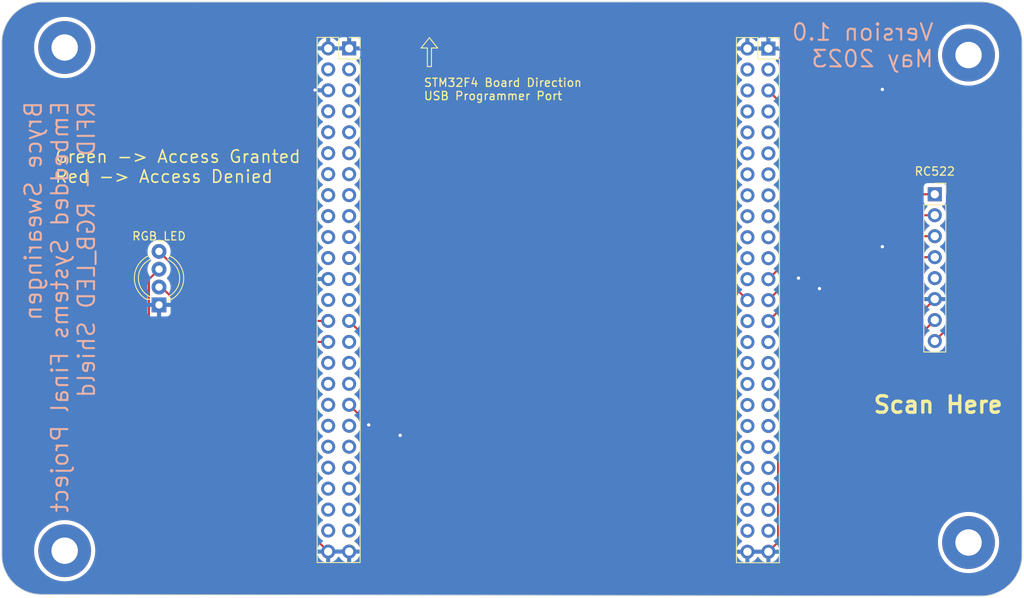
<source format=kicad_pcb>
(kicad_pcb (version 20221018) (generator pcbnew)
  (layers (0 "F.Cu" signal) (31 "B.Cu" signal) (34 "B.Paste" user) (35 "F.Paste" user) (36 "B.SilkS" user "B.Silkscreen") (37 "F.SilkS" user "F.Silkscreen") (38 "B.Mask" user) (39 "F.Mask" user) (44 "Edge.Cuts" user))
  (net 0 "")
  (net 1 "GND")
  (net 20 "+5V")
  (net 21 "+3V0")
  (net 30 "SDA")
  (net 52 "Blue")
  (net 53 "Green")
  (net 54 "Red")
  (net 55 "SCK")
  (net 56 "MOSI")
  (net 57 "MISO")
  (net 59 "RST")
  (net 61 "unconnected-(J1-Pin_14-Pad14)")
  (footprint "Connector_PinSocket_2.54mm:PinSocket_2x25_P2.54mm_Vertical" (layer "F.Cu") (at 161.4524 42.0362)
    (fp_text reference "J2")
    (fp_text value "Discovery Board Conn 2")
    (fp_line (start -3.87 -1.33) (end -3.87 62.29) (stroke (width 0.12)) (layer "F.SilkS"))
    (fp_line (start -3.87 -1.33) (end -1.27 -1.33) (stroke (width 0.12)) (layer "F.SilkS"))
    (fp_line (start -3.87 62.29) (end 1.33 62.29) (stroke (width 0.12)) (layer "F.SilkS"))
    (fp_line (start -1.27 -1.33) (end -1.27 1.27) (stroke (width 0.12)) (layer "F.SilkS"))
    (fp_line (start -1.27 1.27) (end 1.33 1.27) (stroke (width 0.12)) (layer "F.SilkS"))
    (fp_line (start 0 -1.33) (end 1.33 -1.33) (stroke (width 0.12)) (layer "F.SilkS"))
    (fp_line (start 1.33 -1.33) (end 1.33 0) (stroke (width 0.12)) (layer "F.SilkS"))
    (fp_line (start 1.33 1.27) (end 1.33 62.29) (stroke (width 0.12)) (layer "F.SilkS"))
    (pad "1" thru_hole rect (at 0 0) (size 1.7 1.7) (drill 1) (layers "*.Cu" "*.Mask") (net 1 "GND"))
    (pad "2" thru_hole oval (at -2.54 0) (size 1.7 1.7) (drill 1) (layers "*.Cu" "*.Mask") (net 1 "GND"))
    (pad "3" thru_hole oval (at 0 2.54) (size 1.7 1.7) (drill 1) (layers "*.Cu" "*.Mask") (net 20 "+5V"))
    (pad "4" thru_hole oval (at -2.54 2.54) (size 1.7 1.7) (drill 1) (layers "*.Cu" "*.Mask") (net 20 "+5V"))
    (pad "5" thru_hole oval (at 0 5.08) (size 1.7 1.7) (drill 1) (layers "*.Cu" "*.Mask") (net 21 "+3V0"))
    (pad "6" thru_hole oval (at -2.54 5.08) (size 1.7 1.7) (drill 1) (layers "*.Cu" "*.Mask") (net 21 "+3V0"))
    (pad "7" thru_hole oval (at 0 7.62) (size 1.7 1.7) (drill 1) (layers "*.Cu" "*.Mask"))
    (pad "8" thru_hole oval (at -2.54 7.62) (size 1.7 1.7) (drill 1) (layers "*.Cu" "*.Mask"))
    (pad "9" thru_hole oval (at 0 10.16) (size 1.7 1.7) (drill 1) (layers "*.Cu" "*.Mask"))
    (pad "10" thru_hole oval (at -2.54 10.16) (size 1.7 1.7) (drill 1) (layers "*.Cu" "*.Mask"))
    (pad "11" thru_hole oval (at 0 12.7) (size 1.7 1.7) (drill 1) (layers "*.Cu" "*.Mask"))
    (pad "12" thru_hole oval (at -2.54 12.7) (size 1.7 1.7) (drill 1) (layers "*.Cu" "*.Mask"))
    (pad "13" thru_hole oval (at 0 15.24) (size 1.7 1.7) (drill 1) (layers "*.Cu" "*.Mask"))
    (pad "14" thru_hole oval (at -2.54 15.24) (size 1.7 1.7) (drill 1) (layers "*.Cu" "*.Mask"))
    (pad "15" thru_hole oval (at 0 17.78) (size 1.7 1.7) (drill 1) (layers "*.Cu" "*.Mask"))
    (pad "16" thru_hole oval (at -2.54 17.78) (size 1.7 1.7) (drill 1) (layers "*.Cu" "*.Mask"))
    (pad "17" thru_hole oval (at 0 20.32) (size 1.7 1.7) (drill 1) (layers "*.Cu" "*.Mask"))
    (pad "18" thru_hole oval (at -2.54 20.32) (size 1.7 1.7) (drill 1) (layers "*.Cu" "*.Mask"))
    (pad "19" thru_hole oval (at 0 22.86) (size 1.7 1.7) (drill 1) (layers "*.Cu" "*.Mask"))
    (pad "20" thru_hole oval (at -2.54 22.86) (size 1.7 1.7) (drill 1) (layers "*.Cu" "*.Mask"))
    (pad "21" thru_hole oval (at 0 25.4) (size 1.7 1.7) (drill 1) (layers "*.Cu" "*.Mask"))
    (pad "22" thru_hole oval (at -2.54 25.4) (size 1.7 1.7) (drill 1) (layers "*.Cu" "*.Mask"))
    (pad "23" thru_hole oval (at 0 27.94) (size 1.7 1.7) (drill 1) (layers "*.Cu" "*.Mask") (net 30 "SDA"))
    (pad "24" thru_hole oval (at -2.54 27.94) (size 1.7 1.7) (drill 1) (layers "*.Cu" "*.Mask"))
    (pad "25" thru_hole oval (at 0 30.48) (size 1.7 1.7) (drill 1) (layers "*.Cu" "*.Mask") (net 56 "MOSI"))
    (pad "26" thru_hole oval (at -2.54 30.48) (size 1.7 1.7) (drill 1) (layers "*.Cu" "*.Mask") (net 57 "MISO"))
    (pad "27" thru_hole oval (at 0 33.02) (size 1.7 1.7) (drill 1) (layers "*.Cu" "*.Mask") (net 55 "SCK"))
    (pad "28" thru_hole oval (at -2.54 33.02) (size 1.7 1.7) (drill 1) (layers "*.Cu" "*.Mask"))
    (pad "29" thru_hole oval (at 0 35.56) (size 1.7 1.7) (drill 1) (layers "*.Cu" "*.Mask"))
    (pad "30" thru_hole oval (at -2.54 35.56) (size 1.7 1.7) (drill 1) (layers "*.Cu" "*.Mask"))
    (pad "31" thru_hole oval (at 0 38.1) (size 1.7 1.7) (drill 1) (layers "*.Cu" "*.Mask"))
    (pad "32" thru_hole oval (at -2.54 38.1) (size 1.7 1.7) (drill 1) (layers "*.Cu" "*.Mask"))
    (pad "33" thru_hole oval (at 0 40.64) (size 1.7 1.7) (drill 1) (layers "*.Cu" "*.Mask"))
    (pad "34" thru_hole oval (at -2.54 40.64) (size 1.7 1.7) (drill 1) (layers "*.Cu" "*.Mask"))
    (pad "35" thru_hole oval (at 0 43.18) (size 1.7 1.7) (drill 1) (layers "*.Cu" "*.Mask"))
    (pad "36" thru_hole oval (at -2.54 43.18) (size 1.7 1.7) (drill 1) (layers "*.Cu" "*.Mask"))
    (pad "37" thru_hole oval (at 0 45.72) (size 1.7 1.7) (drill 1) (layers "*.Cu" "*.Mask"))
    (pad "38" thru_hole oval (at -2.54 45.72) (size 1.7 1.7) (drill 1) (layers "*.Cu" "*.Mask"))
    (pad "39" thru_hole oval (at 0 48.26) (size 1.7 1.7) (drill 1) (layers "*.Cu" "*.Mask"))
    (pad "40" thru_hole oval (at -2.54 48.26) (size 1.7 1.7) (drill 1) (layers "*.Cu" "*.Mask"))
    (pad "41" thru_hole oval (at 0 50.8) (size 1.7 1.7) (drill 1) (layers "*.Cu" "*.Mask"))
    (pad "42" thru_hole oval (at -2.54 50.8) (size 1.7 1.7) (drill 1) (layers "*.Cu" "*.Mask"))
    (pad "43" thru_hole oval (at 0 53.34) (size 1.7 1.7) (drill 1) (layers "*.Cu" "*.Mask"))
    (pad "44" thru_hole oval (at -2.54 53.34) (size 1.7 1.7) (drill 1) (layers "*.Cu" "*.Mask"))
    (pad "45" thru_hole oval (at 0 55.88) (size 1.7 1.7) (drill 1) (layers "*.Cu" "*.Mask"))
    (pad "46" thru_hole oval (at -2.54 55.88) (size 1.7 1.7) (drill 1) (layers "*.Cu" "*.Mask"))
    (pad "47" thru_hole oval (at 0 58.42) (size 1.7 1.7) (drill 1) (layers "*.Cu" "*.Mask"))
    (pad "48" thru_hole oval (at -2.54 58.42) (size 1.7 1.7) (drill 1) (layers "*.Cu" "*.Mask"))
    (pad "49" thru_hole oval (at 0 60.96) (size 1.7 1.7) (drill 1) (layers "*.Cu" "*.Mask") (net 1 "GND"))
    (pad "50" thru_hole oval (at -2.54 60.96) (size 1.7 1.7) (drill 1) (layers "*.Cu" "*.Mask") (net 1 "GND"))
  )
  (footprint "MountingHole:MountingHole_3.2mm_M3_Pad" (layer "F.Cu") (at 185.6994 101.8794)
    (fp_text reference "H3" hide)
    (fp_text value "MountingHole")
    (pad "1" thru_hole circle (at 0 0) (size 6.4 6.4) (drill 3.2) (layers "*.Cu" "*.Mask"))
  )
  (footprint "LED_THT:LED_D5.0mm-4_RGB_Wide_Pins" (layer "F.Cu") (at 87.63 73.09 90)
    (fp_text reference "RGB_LED" (at 8.32 0 180) (layer "F.SilkS"))
    (fp_text value "LED_ABGR")
    (fp_line (start 0.6785 -1.545) (end 0.6785 -1.08) (stroke (width 0.12)) (layer "F.SilkS"))
    (fp_line (start 0.6785 1.08) (end 0.6785 1.545) (stroke (width 0.12)) (layer "F.SilkS"))
    (fp_arc (start 0.6785 -1.54483) (mid 3.496956 -2.978809) (end 6.026315 -1.080827) (stroke (width 0.12)) (layer "F.SilkS"))
    (fp_arc (start 0.983816 -1.08) (mid 3.238262 -2.5) (end 5.492979 -1.080429) (stroke (width 0.12)) (layer "F.SilkS"))
    (fp_arc (start 5.492979 1.080429) (mid 3.238262 2.5) (end 0.983816 1.08) (stroke (width 0.12)) (layer "F.SilkS"))
    (fp_arc (start 6.026315 1.080827) (mid 3.496956 2.978808) (end 0.6785 1.54483) (stroke (width 0.12)) (layer "F.SilkS"))
    (pad "1" thru_hole rect (at 0 0 90) (size 1.8 1.8) (drill 0.9) (layers "*.Cu" "*.Mask") (net 1 "GND"))
    (pad "2" thru_hole circle (at 2.159 0 90) (size 1.8 1.8) (drill 0.9) (layers "*.Cu" "*.Mask") (net 52 "Blue"))
    (pad "3" thru_hole circle (at 4.318 0 90) (size 1.8 1.8) (drill 0.9) (layers "*.Cu" "*.Mask") (net 53 "Green"))
    (pad "4" thru_hole circle (at 6.477 0 90) (size 1.8 1.8) (drill 0.9) (layers "*.Cu" "*.Mask") (net 54 "Red"))
  )
  (footprint "Connector_PinSocket_2.54mm:PinSocket_2x25_P2.54mm_Vertical" (layer "F.Cu") (at 110.6624 42.0162)
    (fp_text reference "J1")
    (fp_text value "Discovery Board Conn 1")
    (fp_line (start -3.87 -1.33) (end -3.87 62.29) (stroke (width 0.12)) (layer "F.SilkS"))
    (fp_line (start -3.87 -1.33) (end -1.27 -1.33) (stroke (width 0.12)) (layer "F.SilkS"))
    (fp_line (start -3.87 62.29) (end 1.33 62.29) (stroke (width 0.12)) (layer "F.SilkS"))
    (fp_line (start -1.27 -1.33) (end -1.27 1.27) (stroke (width 0.12)) (layer "F.SilkS"))
    (fp_line (start -1.27 1.27) (end 1.33 1.27) (stroke (width 0.12)) (layer "F.SilkS"))
    (fp_line (start 0 -1.33) (end 1.33 -1.33) (stroke (width 0.12)) (layer "F.SilkS"))
    (fp_line (start 1.33 -1.33) (end 1.33 0) (stroke (width 0.12)) (layer "F.SilkS"))
    (fp_line (start 1.33 1.27) (end 1.33 62.29) (stroke (width 0.12)) (layer "F.SilkS"))
    (pad "1" thru_hole rect (at 0 0) (size 1.7 1.7) (drill 1) (layers "*.Cu" "*.Mask") (net 1 "GND"))
    (pad "2" thru_hole oval (at -2.54 0) (size 1.7 1.7) (drill 1) (layers "*.Cu" "*.Mask") (net 1 "GND"))
    (pad "3" thru_hole oval (at 0 2.54) (size 1.7 1.7) (drill 1) (layers "*.Cu" "*.Mask"))
    (pad "4" thru_hole oval (at -2.54 2.54) (size 1.7 1.7) (drill 1) (layers "*.Cu" "*.Mask"))
    (pad "5" thru_hole oval (at 0 5.08) (size 1.7 1.7) (drill 1) (layers "*.Cu" "*.Mask"))
    (pad "6" thru_hole oval (at -2.54 5.08) (size 1.7 1.7) (drill 1) (layers "*.Cu" "*.Mask") (net 1 "GND"))
    (pad "7" thru_hole oval (at 0 7.62) (size 1.7 1.7) (drill 1) (layers "*.Cu" "*.Mask"))
    (pad "8" thru_hole oval (at -2.54 7.62) (size 1.7 1.7) (drill 1) (layers "*.Cu" "*.Mask"))
    (pad "9" thru_hole oval (at 0 10.16) (size 1.7 1.7) (drill 1) (layers "*.Cu" "*.Mask"))
    (pad "10" thru_hole oval (at -2.54 10.16) (size 1.7 1.7) (drill 1) (layers "*.Cu" "*.Mask"))
    (pad "11" thru_hole oval (at 0 12.7) (size 1.7 1.7) (drill 1) (layers "*.Cu" "*.Mask"))
    (pad "12" thru_hole oval (at -2.54 12.7) (size 1.7 1.7) (drill 1) (layers "*.Cu" "*.Mask"))
    (pad "13" thru_hole oval (at 0 15.24) (size 1.7 1.7) (drill 1) (layers "*.Cu" "*.Mask"))
    (pad "14" thru_hole oval (at -2.54 15.24) (size 1.7 1.7) (drill 1) (layers "*.Cu" "*.Mask") (net 61 "unconnected-(J1-Pin_14-Pad14)"))
    (pad "15" thru_hole oval (at 0 17.78) (size 1.7 1.7) (drill 1) (layers "*.Cu" "*.Mask"))
    (pad "16" thru_hole oval (at -2.54 17.78) (size 1.7 1.7) (drill 1) (layers "*.Cu" "*.Mask"))
    (pad "17" thru_hole oval (at 0 20.32) (size 1.7 1.7) (drill 1) (layers "*.Cu" "*.Mask"))
    (pad "18" thru_hole oval (at -2.54 20.32) (size 1.7 1.7) (drill 1) (layers "*.Cu" "*.Mask"))
    (pad "19" thru_hole oval (at 0 22.86) (size 1.7 1.7) (drill 1) (layers "*.Cu" "*.Mask"))
    (pad "20" thru_hole oval (at -2.54 22.86) (size 1.7 1.7) (drill 1) (layers "*.Cu" "*.Mask"))
    (pad "21" thru_hole oval (at 0 25.4) (size 1.7 1.7) (drill 1) (layers "*.Cu" "*.Mask"))
    (pad "22" thru_hole oval (at -2.54 25.4) (size 1.7 1.7) (drill 1) (layers "*.Cu" "*.Mask"))
    (pad "23" thru_hole oval (at 0 27.94) (size 1.7 1.7) (drill 1) (layers "*.Cu" "*.Mask"))
    (pad "24" thru_hole oval (at -2.54 27.94) (size 1.7 1.7) (drill 1) (layers "*.Cu" "*.Mask") (net 1 "GND"))
    (pad "25" thru_hole oval (at 0 30.48) (size 1.7 1.7) (drill 1) (layers "*.Cu" "*.Mask"))
    (pad "26" thru_hole oval (at -2.54 30.48) (size 1.7 1.7) (drill 1) (layers "*.Cu" "*.Mask"))
    (pad "27" thru_hole oval (at 0 33.02) (size 1.7 1.7) (drill 1) (layers "*.Cu" "*.Mask") (net 53 "Green"))
    (pad "28" thru_hole oval (at -2.54 33.02) (size 1.7 1.7) (drill 1) (layers "*.Cu" "*.Mask") (net 54 "Red"))
    (pad "29" thru_hole oval (at 0 35.56) (size 1.7 1.7) (drill 1) (layers "*.Cu" "*.Mask"))
    (pad "30" thru_hole oval (at -2.54 35.56) (size 1.7 1.7) (drill 1) (layers "*.Cu" "*.Mask") (net 52 "Blue"))
    (pad "31" thru_hole oval (at 0 38.1) (size 1.7 1.7) (drill 1) (layers "*.Cu" "*.Mask"))
    (pad "32" thru_hole oval (at -2.54 38.1) (size 1.7 1.7) (drill 1) (layers "*.Cu" "*.Mask"))
    (pad "33" thru_hole oval (at 0 40.64) (size 1.7 1.7) (drill 1) (layers "*.Cu" "*.Mask"))
    (pad "34" thru_hole oval (at -2.54 40.64) (size 1.7 1.7) (drill 1) (layers "*.Cu" "*.Mask"))
    (pad "35" thru_hole oval (at 0 43.18) (size 1.7 1.7) (drill 1) (layers "*.Cu" "*.Mask") (net 59 "RST"))
    (pad "36" thru_hole oval (at -2.54 43.18) (size 1.7 1.7) (drill 1) (layers "*.Cu" "*.Mask"))
    (pad "37" thru_hole oval (at 0 45.72) (size 1.7 1.7) (drill 1) (layers "*.Cu" "*.Mask"))
    (pad "38" thru_hole oval (at -2.54 45.72) (size 1.7 1.7) (drill 1) (layers "*.Cu" "*.Mask"))
    (pad "39" thru_hole oval (at 0 48.26) (size 1.7 1.7) (drill 1) (layers "*.Cu" "*.Mask"))
    (pad "40" thru_hole oval (at -2.54 48.26) (size 1.7 1.7) (drill 1) (layers "*.Cu" "*.Mask"))
    (pad "41" thru_hole oval (at 0 50.8) (size 1.7 1.7) (drill 1) (layers "*.Cu" "*.Mask"))
    (pad "42" thru_hole oval (at -2.54 50.8) (size 1.7 1.7) (drill 1) (layers "*.Cu" "*.Mask"))
    (pad "43" thru_hole oval (at 0 53.34) (size 1.7 1.7) (drill 1) (layers "*.Cu" "*.Mask"))
    (pad "44" thru_hole oval (at -2.54 53.34) (size 1.7 1.7) (drill 1) (layers "*.Cu" "*.Mask"))
    (pad "45" thru_hole oval (at 0 55.88) (size 1.7 1.7) (drill 1) (layers "*.Cu" "*.Mask"))
    (pad "46" thru_hole oval (at -2.54 55.88) (size 1.7 1.7) (drill 1) (layers "*.Cu" "*.Mask"))
    (pad "47" thru_hole oval (at 0 58.42) (size 1.7 1.7) (drill 1) (layers "*.Cu" "*.Mask"))
    (pad "48" thru_hole oval (at -2.54 58.42) (size 1.7 1.7) (drill 1) (layers "*.Cu" "*.Mask"))
    (pad "49" thru_hole oval (at 0 60.96) (size 1.7 1.7) (drill 1) (layers "*.Cu" "*.Mask") (net 1 "GND"))
    (pad "50" thru_hole oval (at -2.54 60.96) (size 1.7 1.7) (drill 1) (layers "*.Cu" "*.Mask") (net 1 "GND"))
  )
  (footprint "Connector_PinSocket_2.54mm:PinSocket_1x08_P2.54mm_Vertical" (layer "F.Cu") (at 181.61 59.69)
    (fp_text reference "RC522" (at 0 -2.77) (layer "F.SilkS"))
    (fp_text value "RFID-RC522-MODULE")
    (fp_line (start -1.33 1.27) (end -1.33 19.11) (stroke (width 0.12)) (layer "F.SilkS"))
    (fp_line (start -1.33 1.27) (end 1.33 1.27) (stroke (width 0.12)) (layer "F.SilkS"))
    (fp_line (start -1.33 19.11) (end 1.33 19.11) (stroke (width 0.12)) (layer "F.SilkS"))
    (fp_line (start 0 -1.33) (end 1.33 -1.33) (stroke (width 0.12)) (layer "F.SilkS"))
    (fp_line (start 1.33 -1.33) (end 1.33 0) (stroke (width 0.12)) (layer "F.SilkS"))
    (fp_line (start 1.33 1.27) (end 1.33 19.11) (stroke (width 0.12)) (layer "F.SilkS"))
    (pad "1" thru_hole rect (at 0 0) (size 1.7 1.7) (drill 1) (layers "*.Cu" "*.Mask") (net 30 "SDA"))
    (pad "2" thru_hole oval (at 0 2.54) (size 1.7 1.7) (drill 1) (layers "*.Cu" "*.Mask") (net 55 "SCK"))
    (pad "3" thru_hole oval (at 0 5.08) (size 1.7 1.7) (drill 1) (layers "*.Cu" "*.Mask") (net 56 "MOSI"))
    (pad "4" thru_hole oval (at 0 7.62) (size 1.7 1.7) (drill 1) (layers "*.Cu" "*.Mask") (net 57 "MISO"))
    (pad "5" thru_hole oval (at 0 10.16) (size 1.7 1.7) (drill 1) (layers "*.Cu" "*.Mask"))
    (pad "6" thru_hole oval (at 0 12.7) (size 1.7 1.7) (drill 1) (layers "*.Cu" "*.Mask") (net 1 "GND"))
    (pad "7" thru_hole oval (at 0 15.24) (size 1.7 1.7) (drill 1) (layers "*.Cu" "*.Mask") (net 59 "RST"))
    (pad "8" thru_hole oval (at 0 17.78) (size 1.7 1.7) (drill 1) (layers "*.Cu" "*.Mask") (net 21 "+3V0"))
  )
  (footprint "MountingHole:MountingHole_3.2mm_M3_Pad" (layer "F.Cu") (at 76.2 102.87)
    (fp_text reference "H4" hide)
    (fp_text value "MountingHole")
    (pad "1" thru_hole circle (at 0 0) (size 6.4 6.4) (drill 3.2) (layers "*.Cu" "*.Mask"))
  )
  (footprint "MountingHole:MountingHole_3.2mm_M3_Pad" (layer "F.Cu") (at 76.2 41.91)
    (fp_text reference "H1" hide)
    (fp_text value "MountingHole")
    (pad "1" thru_hole circle (at 0 0) (size 6.4 6.4) (drill 3.2) (layers "*.Cu" "*.Mask"))
  )
  (footprint "MountingHole:MountingHole_3.2mm_M3_Pad" (layer "F.Cu") (at 185.6994 42.8244)
    (fp_text reference "H2" hide)
    (fp_text value "MountingHole")
    (pad "1" thru_hole circle (at 0 0) (size 6.4 6.4) (drill 3.2) (layers "*.Cu" "*.Mask"))
  )
  (gr_line (start 120.1346 41.9706) (end 119.3846 41.9706) (stroke (width 0.12)) (layer "F.SilkS"))
  (gr_line (start 121.3846 41.9706) (end 120.3846 40.7206) (stroke (width 0.12)) (layer "F.SilkS"))
  (gr_line (start 121.3846 41.9706) (end 120.6346 41.9706) (stroke (width 0.12)) (layer "F.SilkS"))
  (gr_line (start 120.1346 44.2206) (end 120.6346 44.2206) (stroke (width 0.12)) (layer "F.SilkS"))
  (gr_line (start 120.6346 44.2206) (end 120.6346 41.9706) (stroke (width 0.12)) (layer "F.SilkS"))
  (gr_line (start 120.1346 41.9706) (end 120.1346 44.2206) (stroke (width 0.12)) (layer "F.SilkS"))
  (gr_line (start 120.3846 40.7206) (end 119.3846 41.9706) (stroke (width 0.12)) (layer "F.SilkS"))
  (gr_arc (start 73.388221 108.177251) (mid 69.994361 106.775023) (end 68.580001 103.3862) (stroke (width 0.1)) (layer "Edge.Cuts"))
  (gr_line (start 68.58 41.3938) (end 68.58 103.3862) (stroke (width 0.1)) (layer "Edge.Cuts"))
  (gr_line (start 73.388221 108.177251) (end 187.1726 108.3691) (stroke (width 0.1)) (layer "Edge.Cuts"))
  (gr_arc (start 192.1764 103.3653) (mid 190.710821 106.903521) (end 187.1726 108.3691) (stroke (width 0.1)) (layer "Edge.Cuts"))
  (gr_arc (start 187.1856 36.3728) (mid 190.723821 37.838379) (end 192.1894 41.3766) (stroke (width 0.1)) (layer "Edge.Cuts"))
  (gr_arc (start 68.580001 41.3938) (mid 70.069186 37.820861) (end 73.665067 36.38796) (stroke (width 0.1)) (layer "Edge.Cuts"))
  (gr_line (start 187.1856 36.3728) (end 73.665067 36.38796) (stroke (width 0.1)) (layer "Edge.Cuts"))
  (gr_line (start 192.1764 103.3653) (end 192.1894 41.3766) (stroke (width 0.1)) (layer "Edge.Cuts"))
  (gr_text "Bryce Swearingen\nEmbedded Systems Final Project\nRFID - RGB_LED Shield" (at 80.01 48.26 90) (layer "B.SilkS") (effects (font (size 2 2) (thickness 0.25)) (justify left bottom mirror)))
  (gr_text "Version 1.0\nMay 2023" (at 181.61 44.45) (layer "B.SilkS") (effects (font (size 2 2) (thickness 0.25)) (justify left bottom mirror)))
  (gr_text "STM32F4 Board Direction\nUSB Programmer Port" (at 119.6346 46.9706) (layer "F.SilkS") (effects (font (size 1 1)) (justify left)))
  (gr_text "Scan Here" (at 173.99 86.36) (layer "F.SilkS") (effects (font (size 2 2) (thickness 0.4) bold) (justify left bottom)))
  (gr_text "Green -> Access Granted\nRed -> Access Denied" (at 74.93 58.42) (layer "F.SilkS") (effects (font (size 1.5 1.5) (thickness 0.1875)) (justify left bottom)))
  (segment (start 162.6274 101.8212) (end 161.4524 102.9962) (width 0.25) (layer "F.Cu") (net 1))
  (segment (start 108.1224 47.0962) (end 106.5576 47.0962) (width 0.2032) (layer "F.Cu") (net 1))
  (segment (start 87.63 73.09) (end 87.63 82.4838) (width 0.25) (layer "F.Cu") (net 1))
  (segment (start 106.5576 47.0962) (end 106.5276 47.0662) (width 0.2032) (layer "F.Cu") (net 1))
  (segment (start 181.61 72.39) (end 162.6274 91.3726) (width 0.25) (layer "F.Cu") (net 1))
  (segment (start 87.63 82.4838) (end 108.1224 102.9762) (width 0.25) (layer "F.Cu") (net 1))
  (segment (start 162.6274 91.3726) (end 162.6274 101.8212) (width 0.25) (layer "F.Cu") (net 1))
  (via (at 106.5276 47.0662) (size 0.8) (drill 0.4) (layers "F.Cu" "B.Cu") (net 1))
  (segment (start 177.8 48.26) (end 162.5962 48.26) (width 0.25) (layer "F.Cu") (net 21))
  (segment (start 186.595 76.295) (end 186.69 76.2) (width 0.25) (layer "F.Cu") (net 21))
  (segment (start 180.34 50.8) (end 177.8 48.26) (width 0.25) (layer "F.Cu") (net 21))
  (segment (start 186.69 76.2) (end 186.69 52.07) (width 0.25) (layer "F.Cu") (net 21))
  (segment (start 182.785 76.295) (end 186.595 76.295) (width 0.25) (layer "F.Cu") (net 21))
  (segment (start 181.61 77.47) (end 182.785 76.295) (width 0.25) (layer "F.Cu") (net 21))
  (segment (start 185.42 50.8) (end 180.34 50.8) (width 0.25) (layer "F.Cu") (net 21))
  (segment (start 186.69 52.07) (end 185.42 50.8) (width 0.25) (layer "F.Cu") (net 21))
  (segment (start 162.5962 48.26) (end 161.4524 47.1162) (width 0.25) (layer "F.Cu") (net 21))
  (segment (start 181.61 59.69) (end 171.7386 59.69) (width 0.25) (layer "F.Cu") (net 30))
  (segment (start 171.7386 59.69) (end 161.4524 69.9762) (width 0.25) (layer "F.Cu") (net 30))
  (segment (start 87.921 70.931) (end 94.5662 77.5762) (width 0.25) (layer "F.Cu") (net 52))
  (segment (start 94.5662 77.5762) (end 108.1224 77.5762) (width 0.25) (layer "F.Cu") (net 52))
  (segment (start 87.63 70.931) (end 87.921 70.931) (width 0.25) (layer "F.Cu") (net 52))
  (segment (start 86.405 87.675) (end 105.41 106.68) (width 0.25) (layer "F.Cu") (net 53))
  (segment (start 87.63 68.772) (end 86.405 69.997) (width 0.25) (layer "F.Cu") (net 53))
  (segment (start 105.41 106.68) (end 114.3 106.68) (width 0.25) (layer "F.Cu") (net 53))
  (segment (start 114.3 78.6738) (end 110.6624 75.0362) (width 0.25) (layer "F.Cu") (net 53))
  (segment (start 114.3 106.68) (end 114.3 78.6738) (width 0.25) (layer "F.Cu") (net 53))
  (segment (start 86.405 69.997) (end 86.405 87.675) (width 0.25) (layer "F.Cu") (net 53))
  (segment (start 96.0532 75.0362) (end 108.1224 75.0362) (width 0.25) (layer "F.Cu") (net 54))
  (segment (start 87.63 66.613) (end 96.0532 75.0362) (width 0.25) (layer "F.Cu") (net 54))
  (segment (start 181.61 62.23) (end 174.2786 62.23) (width 0.25) (layer "F.Cu") (net 55))
  (segment (start 174.2786 62.23) (end 161.4524 75.0562) (width 0.25) (layer "F.Cu") (net 55))
  (segment (start 173.99 64.77) (end 167.64 71.12) (width 0.25) (layer "F.Cu") (net 56))
  (segment (start 181.61 64.77) (end 173.99 64.77) (width 0.25) (layer "F.Cu") (net 56))
  (segment (start 165.1 69.85) (end 164.1186 69.85) (width 0.25) (layer "F.Cu") (net 56))
  (segment (start 164.1186 69.85) (end 161.4524 72.5162) (width 0.25) (layer "F.Cu") (net 56))
  (via (at 167.64 71.12) (size 0.8) (drill 0.4) (layers "F.Cu" "B.Cu") (net 56))
  (via (at 165.1 69.85) (size 0.8) (drill 0.4) (layers "F.Cu" "B.Cu") (net 56))
  (segment (start 166.37 71.12) (end 165.1 69.85) (width 0.25) (layer "B.Cu") (net 56))
  (segment (start 167.64 71.12) (end 166.37 71.12) (width 0.25) (layer "B.Cu") (net 56))
  (segment (start 181.61 67.31) (end 176.53 67.31) (width 0.25) (layer "F.Cu") (net 57))
  (segment (start 168.91 40.64) (end 165.1 40.64) (width 0.25) (layer "F.Cu") (net 57))
  (segment (start 157.48 39.37) (end 156.21 40.64) (width 0.25) (layer "F.Cu") (net 57))
  (segment (start 156.21 40.64) (end 156.21 69.8138) (width 0.25) (layer "F.Cu") (net 57))
  (segment (start 176.53 67.31) (end 175.26 66.04) (width 0.25) (layer "F.Cu") (net 57))
  (segment (start 165.1 40.64) (end 163.83 39.37) (width 0.25) (layer "F.Cu") (net 57))
  (segment (start 163.83 39.37) (end 157.48 39.37) (width 0.25) (layer "F.Cu") (net 57))
  (segment (start 175.26 46.99) (end 168.91 40.64) (width 0.25) (layer "F.Cu") (net 57))
  (segment (start 156.21 69.8138) (end 158.9124 72.5162) (width 0.25) (layer "F.Cu") (net 57))
  (via (at 175.26 46.99) (size 0.8) (drill 0.4) (layers "F.Cu" "B.Cu") (net 57))
  (via (at 175.26 66.04) (size 0.8) (drill 0.4) (layers "F.Cu" "B.Cu") (net 57))
  (segment (start 175.26 66.04) (end 175.26 46.99) (width 0.25) (layer "B.Cu") (net 57))
  (segment (start 133.35 88.9) (end 149.86 105.41) (width 0.25) (layer "F.Cu") (net 59))
  (segment (start 168.91 105.41) (end 170.18 104.14) (width 0.25) (layer "F.Cu") (net 59))
  (segment (start 116.84 88.9) (end 133.35 88.9) (width 0.25) (layer "F.Cu") (net 59))
  (segment (start 170.18 104.14) (end 170.18 86.36) (width 0.25) (layer "F.Cu") (net 59))
  (segment (start 113.03 87.5638) (end 113.03 87.63) (width 0.25) (layer "F.Cu") (net 59))
  (segment (start 170.18 86.36) (end 181.61 74.93) (width 0.25) (layer "F.Cu") (net 59))
  (segment (start 149.86 105.41) (end 168.91 105.41) (width 0.25) (layer "F.Cu") (net 59))
  (segment (start 110.6624 85.1962) (end 113.03 87.5638) (width 0.25) (layer "F.Cu") (net 59))
  (via (at 113.03 87.63) (size 0.8) (drill 0.4) (layers "F.Cu" "B.Cu") (net 59))
  (via (at 116.84 88.9) (size 0.8) (drill 0.4) (layers "F.Cu" "B.Cu") (net 59))
  (segment (start 113.03 87.63) (end 115.57 87.63) (width 0.25) (layer "B.Cu") (net 59))
  (segment (start 115.57 87.63) (end 116.84 88.9) (width 0.25) (layer "B.Cu") (net 59))
  (segment (start 108.1224 57.2562) (end 108.1224 57.7796) (width 0.2032) (layer "F.Cu") (net 61))
  (segment (start 108.1224 57.2562) (end 108.1224 57.6526) (width 0.2032) (layer "F.Cu") (net 61))
  (zone (net 1) (net_name "GND") (layer "B.Cu") (connect_pads (clearance 0.5)) (min_thickness 0.25) (fill yes (thermal_gap 0.5) (thermal_bridge_width 0.5))
    (polygon (pts (xy 68.560934 36.352185) (xy 192.422859 36.155891) (xy 192.226564 108.588617) (xy 68.36464 108.294175) (xy 68.564681 36.347475)))
  )
)
</source>
